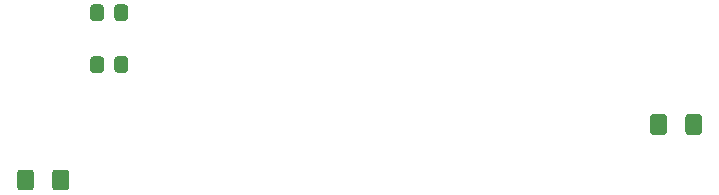
<source format=gbr>
%TF.GenerationSoftware,KiCad,Pcbnew,(5.1.6-0-10_14)*%
%TF.CreationDate,2021-03-04T16:28:04+01:00*%
%TF.ProjectId,serial_board,73657269-616c-45f6-926f-6172642e6b69,rev?*%
%TF.SameCoordinates,Original*%
%TF.FileFunction,Paste,Bot*%
%TF.FilePolarity,Positive*%
%FSLAX46Y46*%
G04 Gerber Fmt 4.6, Leading zero omitted, Abs format (unit mm)*
G04 Created by KiCad (PCBNEW (5.1.6-0-10_14)) date 2021-03-04 16:28:04*
%MOMM*%
%LPD*%
G01*
G04 APERTURE LIST*
G04 APERTURE END LIST*
%TO.C,R2*%
G36*
G01*
X25585000Y36835501D02*
X25585000Y35935499D01*
G75*
G02*
X25335001Y35685500I-249999J0D01*
G01*
X24684999Y35685500D01*
G75*
G02*
X24435000Y35935499I0J249999D01*
G01*
X24435000Y36835501D01*
G75*
G02*
X24684999Y37085500I249999J0D01*
G01*
X25335001Y37085500D01*
G75*
G02*
X25585000Y36835501I0J-249999D01*
G01*
G37*
G36*
G01*
X27635000Y36835501D02*
X27635000Y35935499D01*
G75*
G02*
X27385001Y35685500I-249999J0D01*
G01*
X26734999Y35685500D01*
G75*
G02*
X26485000Y35935499I0J249999D01*
G01*
X26485000Y36835501D01*
G75*
G02*
X26734999Y37085500I249999J0D01*
G01*
X27385001Y37085500D01*
G75*
G02*
X27635000Y36835501I0J-249999D01*
G01*
G37*
%TD*%
%TO.C,R1*%
G36*
G01*
X25585000Y32454001D02*
X25585000Y31553999D01*
G75*
G02*
X25335001Y31304000I-249999J0D01*
G01*
X24684999Y31304000D01*
G75*
G02*
X24435000Y31553999I0J249999D01*
G01*
X24435000Y32454001D01*
G75*
G02*
X24684999Y32704000I249999J0D01*
G01*
X25335001Y32704000D01*
G75*
G02*
X25585000Y32454001I0J-249999D01*
G01*
G37*
G36*
G01*
X27635000Y32454001D02*
X27635000Y31553999D01*
G75*
G02*
X27385001Y31304000I-249999J0D01*
G01*
X26734999Y31304000D01*
G75*
G02*
X26485000Y31553999I0J249999D01*
G01*
X26485000Y32454001D01*
G75*
G02*
X26734999Y32704000I249999J0D01*
G01*
X27385001Y32704000D01*
G75*
G02*
X27635000Y32454001I0J-249999D01*
G01*
G37*
%TD*%
%TO.C,C2*%
G36*
G01*
X73266000Y27549000D02*
X73266000Y26299000D01*
G75*
G02*
X73016000Y26049000I-250000J0D01*
G01*
X72091000Y26049000D01*
G75*
G02*
X71841000Y26299000I0J250000D01*
G01*
X71841000Y27549000D01*
G75*
G02*
X72091000Y27799000I250000J0D01*
G01*
X73016000Y27799000D01*
G75*
G02*
X73266000Y27549000I0J-250000D01*
G01*
G37*
G36*
G01*
X76241000Y27549000D02*
X76241000Y26299000D01*
G75*
G02*
X75991000Y26049000I-250000J0D01*
G01*
X75066000Y26049000D01*
G75*
G02*
X74816000Y26299000I0J250000D01*
G01*
X74816000Y27549000D01*
G75*
G02*
X75066000Y27799000I250000J0D01*
G01*
X75991000Y27799000D01*
G75*
G02*
X76241000Y27549000I0J-250000D01*
G01*
G37*
%TD*%
%TO.C,C1*%
G36*
G01*
X21222000Y21600000D02*
X21222000Y22850000D01*
G75*
G02*
X21472000Y23100000I250000J0D01*
G01*
X22397000Y23100000D01*
G75*
G02*
X22647000Y22850000I0J-250000D01*
G01*
X22647000Y21600000D01*
G75*
G02*
X22397000Y21350000I-250000J0D01*
G01*
X21472000Y21350000D01*
G75*
G02*
X21222000Y21600000I0J250000D01*
G01*
G37*
G36*
G01*
X18247000Y21600000D02*
X18247000Y22850000D01*
G75*
G02*
X18497000Y23100000I250000J0D01*
G01*
X19422000Y23100000D01*
G75*
G02*
X19672000Y22850000I0J-250000D01*
G01*
X19672000Y21600000D01*
G75*
G02*
X19422000Y21350000I-250000J0D01*
G01*
X18497000Y21350000D01*
G75*
G02*
X18247000Y21600000I0J250000D01*
G01*
G37*
%TD*%
M02*

</source>
